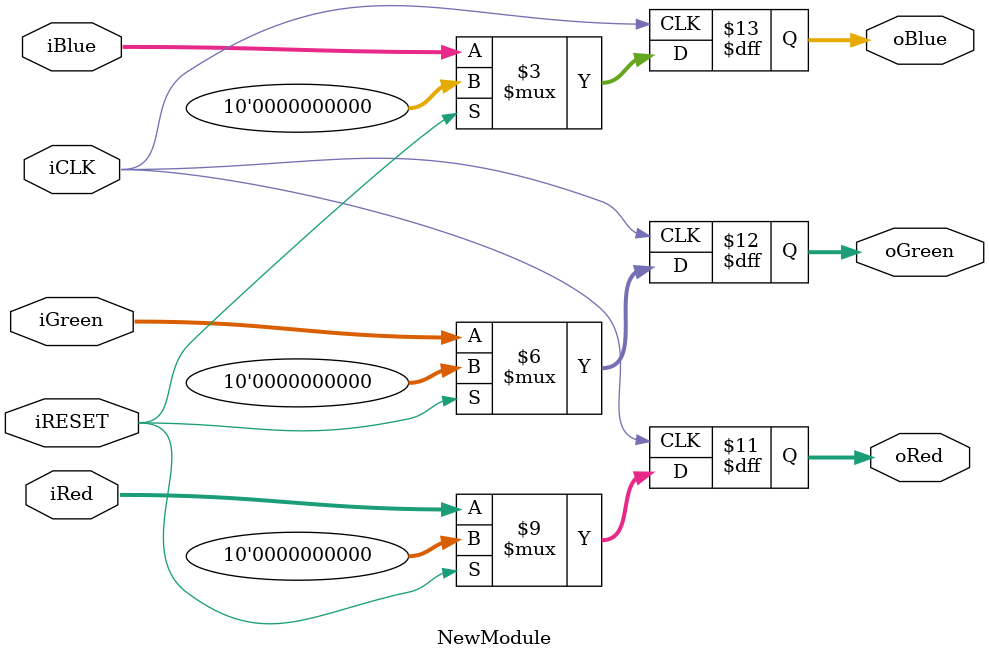
<source format=v>
module NewModule (iRed, iGreen,iBlue,iCLK,iRESET,
			 oRed, oGreen,oBlue);
			 
			input [9:0] iRed, iGreen,iBlue;
			input iCLK,iRESET;
			output reg [9:0] oRed,oGreen,oBlue;
			
			always @(posedge iCLK)
				begin
					if(iRESET)
						begin
						oRed <=10'b0;
						oGreen <=10'b0;
						oBlue <=10'b0;
						
						end
					else
						begin
						oRed <=iRed;
						oGreen <=iGreen;
						oBlue <=iBlue;
						
						end
			 end		
endmodule
</source>
